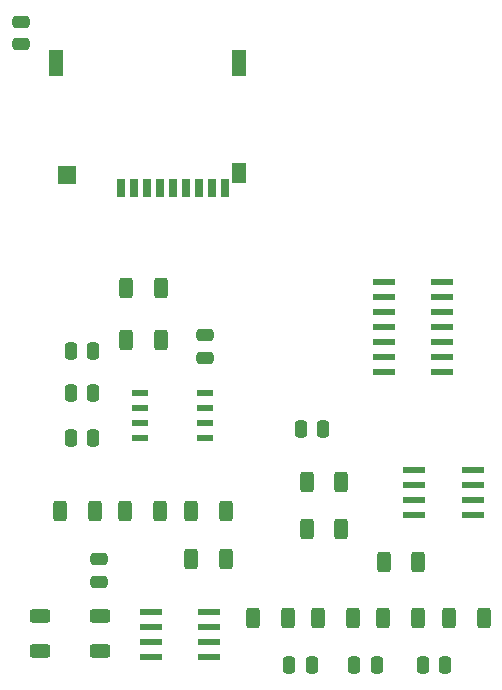
<source format=gtp>
G04 #@! TF.GenerationSoftware,KiCad,Pcbnew,8.0.6*
G04 #@! TF.CreationDate,2025-01-17T16:42:44-08:00*
G04 #@! TF.ProjectId,AudioLux,41756469-6f4c-4757-982e-6b696361645f,rev?*
G04 #@! TF.SameCoordinates,Original*
G04 #@! TF.FileFunction,Paste,Top*
G04 #@! TF.FilePolarity,Positive*
%FSLAX46Y46*%
G04 Gerber Fmt 4.6, Leading zero omitted, Abs format (unit mm)*
G04 Created by KiCad (PCBNEW 8.0.6) date 2025-01-17 16:42:44*
%MOMM*%
%LPD*%
G01*
G04 APERTURE LIST*
G04 Aperture macros list*
%AMRoundRect*
0 Rectangle with rounded corners*
0 $1 Rounding radius*
0 $2 $3 $4 $5 $6 $7 $8 $9 X,Y pos of 4 corners*
0 Add a 4 corners polygon primitive as box body*
4,1,4,$2,$3,$4,$5,$6,$7,$8,$9,$2,$3,0*
0 Add four circle primitives for the rounded corners*
1,1,$1+$1,$2,$3*
1,1,$1+$1,$4,$5*
1,1,$1+$1,$6,$7*
1,1,$1+$1,$8,$9*
0 Add four rect primitives between the rounded corners*
20,1,$1+$1,$2,$3,$4,$5,0*
20,1,$1+$1,$4,$5,$6,$7,0*
20,1,$1+$1,$6,$7,$8,$9,0*
20,1,$1+$1,$8,$9,$2,$3,0*%
G04 Aperture macros list end*
%ADD10RoundRect,0.250000X-0.250000X-0.475000X0.250000X-0.475000X0.250000X0.475000X-0.250000X0.475000X0*%
%ADD11RoundRect,0.250000X0.312500X0.625000X-0.312500X0.625000X-0.312500X-0.625000X0.312500X-0.625000X0*%
%ADD12RoundRect,0.250000X-0.625000X0.312500X-0.625000X-0.312500X0.625000X-0.312500X0.625000X0.312500X0*%
%ADD13R,1.460500X0.533400*%
%ADD14RoundRect,0.250000X0.250000X0.475000X-0.250000X0.475000X-0.250000X-0.475000X0.250000X-0.475000X0*%
%ADD15RoundRect,0.250000X-0.475000X0.250000X-0.475000X-0.250000X0.475000X-0.250000X0.475000X0.250000X0*%
%ADD16RoundRect,0.250000X-0.312500X-0.625000X0.312500X-0.625000X0.312500X0.625000X-0.312500X0.625000X0*%
%ADD17R,0.700000X1.600000*%
%ADD18R,1.200000X1.800000*%
%ADD19R,1.600000X1.500000*%
%ADD20R,1.200000X2.200000*%
%ADD21R,1.981200X0.558800*%
G04 APERTURE END LIST*
D10*
X132018000Y-108056000D03*
X133918000Y-108056000D03*
D11*
X121035000Y-94996000D03*
X118110000Y-94996000D03*
X126623000Y-99060000D03*
X123698000Y-99060000D03*
X115535000Y-94996000D03*
X112610000Y-94996000D03*
D12*
X116011000Y-103909500D03*
X116011000Y-106834500D03*
D13*
X119410850Y-85056000D03*
X119410850Y-86326000D03*
X119410850Y-87596000D03*
X119410850Y-88866000D03*
X124859150Y-88866000D03*
X124859150Y-87596000D03*
X124859150Y-86326000D03*
X124859150Y-85056000D03*
D11*
X148486700Y-104056000D03*
X145561700Y-104056000D03*
D14*
X145231000Y-108051600D03*
X143331000Y-108051600D03*
D15*
X124842000Y-80129000D03*
X124842000Y-82029000D03*
X109254400Y-53600000D03*
X109254400Y-55500000D03*
D11*
X126623000Y-94996000D03*
X123698000Y-94996000D03*
X142935000Y-99339000D03*
X140010000Y-99339000D03*
X142873000Y-104056000D03*
X139948000Y-104056000D03*
D16*
X128948000Y-104056000D03*
X131873000Y-104056000D03*
D17*
X117750000Y-67662500D03*
X118850000Y-67662500D03*
X119950000Y-67662500D03*
X121050000Y-67662500D03*
X122150000Y-67662500D03*
X123250000Y-67662500D03*
X124350000Y-67662500D03*
X125450000Y-67662500D03*
X126550000Y-67662500D03*
D18*
X127750000Y-66362500D03*
D19*
X113150000Y-66612500D03*
D20*
X127750000Y-57062500D03*
X112250000Y-57062500D03*
D10*
X113500000Y-88862000D03*
X115400000Y-88862000D03*
D11*
X136410500Y-96556000D03*
X133485500Y-96556000D03*
D15*
X115910500Y-99106000D03*
X115910500Y-101006000D03*
D10*
X113500000Y-81496000D03*
X115400000Y-81496000D03*
D16*
X118210000Y-80556000D03*
X121135000Y-80556000D03*
D10*
X113500000Y-85052000D03*
X115400000Y-85052000D03*
D21*
X120260050Y-103556000D03*
X120260050Y-104826000D03*
X120260050Y-106096000D03*
X120260050Y-107366000D03*
X125187650Y-107366000D03*
X125187650Y-106096000D03*
X125187650Y-104826000D03*
X125187650Y-103556000D03*
D16*
X133485500Y-92556000D03*
X136410500Y-92556000D03*
X118195400Y-76162000D03*
X121120400Y-76162000D03*
D10*
X137518000Y-108056000D03*
X139418000Y-108056000D03*
D16*
X134448000Y-104056000D03*
X137373000Y-104056000D03*
D10*
X132998000Y-88056000D03*
X134898000Y-88056000D03*
D12*
X110931000Y-103909500D03*
X110931000Y-106834500D03*
D21*
X140000000Y-75650000D03*
X140000000Y-76920000D03*
X140000000Y-78190000D03*
X140000000Y-79460000D03*
X140000000Y-80730000D03*
X140000000Y-82000000D03*
X140000000Y-83270000D03*
X144927600Y-83270000D03*
X144927600Y-82000000D03*
X144927600Y-80730000D03*
X144927600Y-79460000D03*
X144927600Y-78190000D03*
X144927600Y-76920000D03*
X144927600Y-75650000D03*
X142606200Y-91544000D03*
X142606200Y-92814000D03*
X142606200Y-94084000D03*
X142606200Y-95354000D03*
X147533800Y-95354000D03*
X147533800Y-94084000D03*
X147533800Y-92814000D03*
X147533800Y-91544000D03*
M02*

</source>
